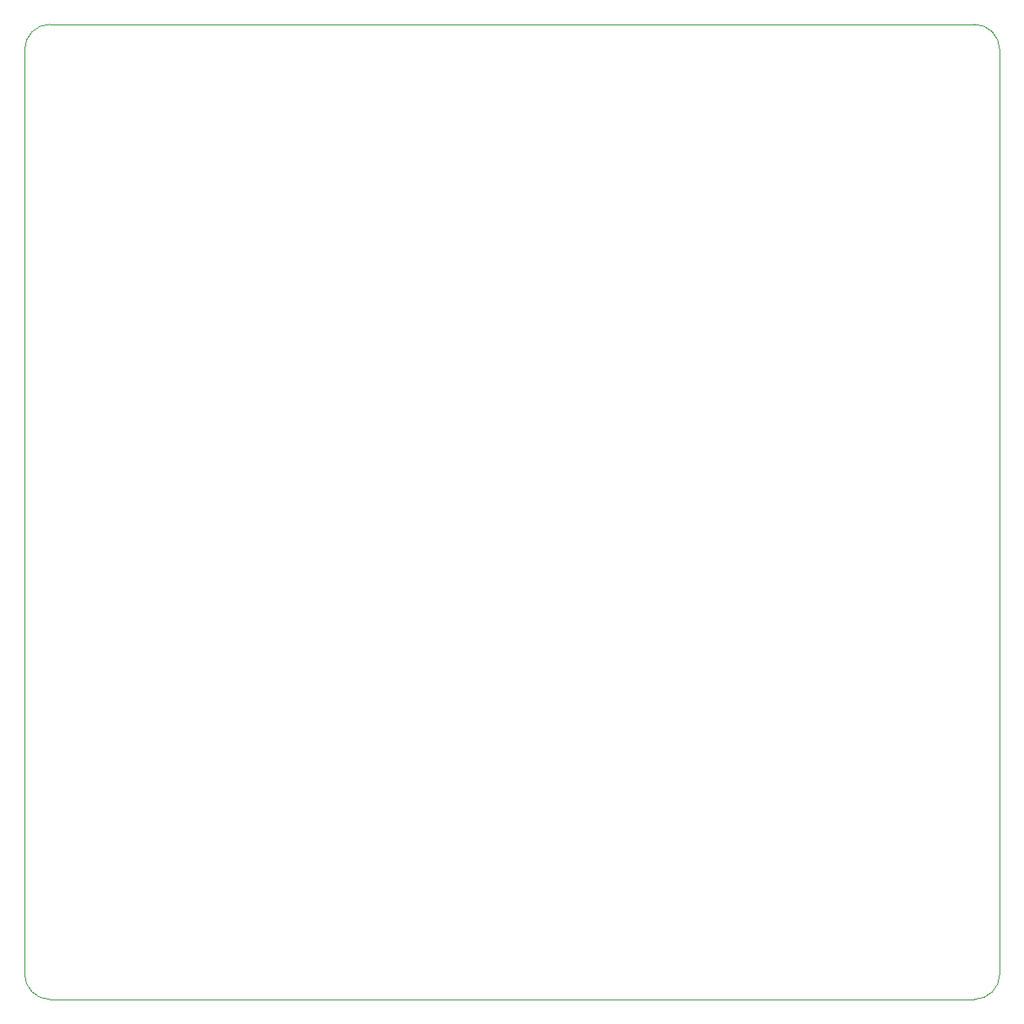
<source format=gm1>
G04 #@! TF.GenerationSoftware,KiCad,Pcbnew,(6.0.8)*
G04 #@! TF.CreationDate,2022-11-23T15:29:44+01:00*
G04 #@! TF.ProjectId,Regbot,52656762-6f74-42e6-9b69-6361645f7063,v5.0*
G04 #@! TF.SameCoordinates,Original*
G04 #@! TF.FileFunction,Profile,NP*
%FSLAX46Y46*%
G04 Gerber Fmt 4.6, Leading zero omitted, Abs format (unit mm)*
G04 Created by KiCad (PCBNEW (6.0.8)) date 2022-11-23 15:29:44*
%MOMM*%
%LPD*%
G01*
G04 APERTURE LIST*
G04 #@! TA.AperFunction,Profile*
%ADD10C,0.050000*%
G04 #@! TD*
G04 APERTURE END LIST*
D10*
X197396100Y-58648600D02*
G75*
G03*
X194856100Y-56108600I-2540000J0D01*
G01*
X102146100Y-56108600D02*
G75*
G03*
X99606100Y-58648600I0J-2540000D01*
G01*
X185102500Y-56108600D02*
X180632100Y-56108600D01*
X99606100Y-58648600D02*
X99606100Y-151358600D01*
X194856100Y-153898600D02*
G75*
G03*
X197396100Y-151358600I0J2540000D01*
G01*
X197396100Y-151358600D02*
X197396100Y-58648600D01*
X102146100Y-153898600D02*
X194856100Y-153898600D01*
X99606100Y-151358600D02*
G75*
G03*
X102146100Y-153898600I2540000J0D01*
G01*
X180632100Y-56108600D02*
X102146100Y-56108600D01*
X194856100Y-56108600D02*
X185102500Y-56108600D01*
M02*

</source>
